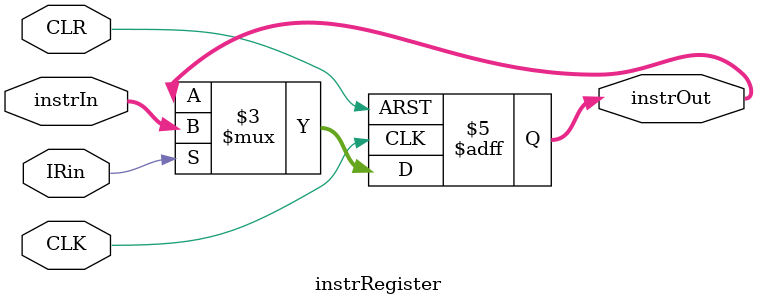
<source format=v>
module instrRegister(CLK, CLR, IRin, instrIn, instrOut); //Registrador de instrucoes
	input CLK, CLR, IRin;
	input [15:0] instrIn;
	output reg [15:0] instrOut;
	
	always @(negedge CLK, posedge CLR) begin
		if (CLR) begin
			instrOut = 16'b0;
		end else if (IRin) begin
			instrOut = instrIn;
		end
	end
	
endmodule 
</source>
